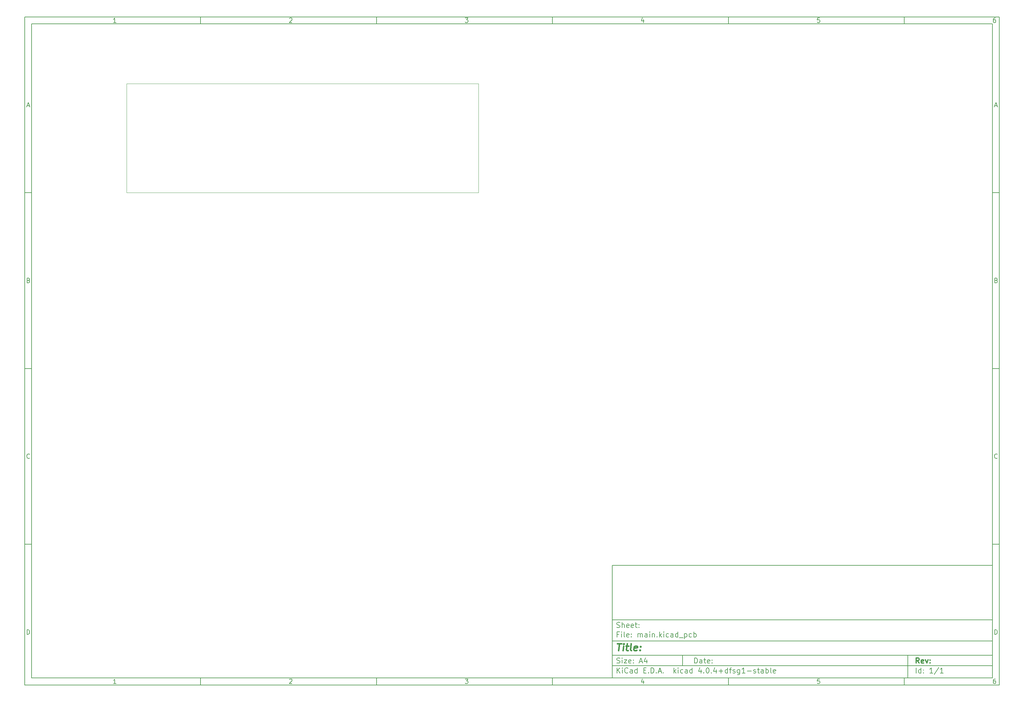
<source format=gbr>
G04 #@! TF.FileFunction,Profile,NP*
%FSLAX46Y46*%
G04 Gerber Fmt 4.6, Leading zero omitted, Abs format (unit mm)*
G04 Created by KiCad (PCBNEW 4.0.4+dfsg1-stable) date Mon Feb 27 17:01:07 2017*
%MOMM*%
%LPD*%
G01*
G04 APERTURE LIST*
%ADD10C,0.100000*%
%ADD11C,0.150000*%
%ADD12C,0.300000*%
%ADD13C,0.400000*%
G04 APERTURE END LIST*
D10*
D11*
X177002200Y-166007200D02*
X177002200Y-198007200D01*
X285002200Y-198007200D01*
X285002200Y-166007200D01*
X177002200Y-166007200D01*
D10*
D11*
X10000000Y-10000000D02*
X10000000Y-200007200D01*
X287002200Y-200007200D01*
X287002200Y-10000000D01*
X10000000Y-10000000D01*
D10*
D11*
X12000000Y-12000000D02*
X12000000Y-198007200D01*
X285002200Y-198007200D01*
X285002200Y-12000000D01*
X12000000Y-12000000D01*
D10*
D11*
X60000000Y-12000000D02*
X60000000Y-10000000D01*
D10*
D11*
X110000000Y-12000000D02*
X110000000Y-10000000D01*
D10*
D11*
X160000000Y-12000000D02*
X160000000Y-10000000D01*
D10*
D11*
X210000000Y-12000000D02*
X210000000Y-10000000D01*
D10*
D11*
X260000000Y-12000000D02*
X260000000Y-10000000D01*
D10*
D11*
X35990476Y-11588095D02*
X35247619Y-11588095D01*
X35619048Y-11588095D02*
X35619048Y-10288095D01*
X35495238Y-10473810D01*
X35371429Y-10597619D01*
X35247619Y-10659524D01*
D10*
D11*
X85247619Y-10411905D02*
X85309524Y-10350000D01*
X85433333Y-10288095D01*
X85742857Y-10288095D01*
X85866667Y-10350000D01*
X85928571Y-10411905D01*
X85990476Y-10535714D01*
X85990476Y-10659524D01*
X85928571Y-10845238D01*
X85185714Y-11588095D01*
X85990476Y-11588095D01*
D10*
D11*
X135185714Y-10288095D02*
X135990476Y-10288095D01*
X135557143Y-10783333D01*
X135742857Y-10783333D01*
X135866667Y-10845238D01*
X135928571Y-10907143D01*
X135990476Y-11030952D01*
X135990476Y-11340476D01*
X135928571Y-11464286D01*
X135866667Y-11526190D01*
X135742857Y-11588095D01*
X135371429Y-11588095D01*
X135247619Y-11526190D01*
X135185714Y-11464286D01*
D10*
D11*
X185866667Y-10721429D02*
X185866667Y-11588095D01*
X185557143Y-10226190D02*
X185247619Y-11154762D01*
X186052381Y-11154762D01*
D10*
D11*
X235928571Y-10288095D02*
X235309524Y-10288095D01*
X235247619Y-10907143D01*
X235309524Y-10845238D01*
X235433333Y-10783333D01*
X235742857Y-10783333D01*
X235866667Y-10845238D01*
X235928571Y-10907143D01*
X235990476Y-11030952D01*
X235990476Y-11340476D01*
X235928571Y-11464286D01*
X235866667Y-11526190D01*
X235742857Y-11588095D01*
X235433333Y-11588095D01*
X235309524Y-11526190D01*
X235247619Y-11464286D01*
D10*
D11*
X285866667Y-10288095D02*
X285619048Y-10288095D01*
X285495238Y-10350000D01*
X285433333Y-10411905D01*
X285309524Y-10597619D01*
X285247619Y-10845238D01*
X285247619Y-11340476D01*
X285309524Y-11464286D01*
X285371429Y-11526190D01*
X285495238Y-11588095D01*
X285742857Y-11588095D01*
X285866667Y-11526190D01*
X285928571Y-11464286D01*
X285990476Y-11340476D01*
X285990476Y-11030952D01*
X285928571Y-10907143D01*
X285866667Y-10845238D01*
X285742857Y-10783333D01*
X285495238Y-10783333D01*
X285371429Y-10845238D01*
X285309524Y-10907143D01*
X285247619Y-11030952D01*
D10*
D11*
X60000000Y-198007200D02*
X60000000Y-200007200D01*
D10*
D11*
X110000000Y-198007200D02*
X110000000Y-200007200D01*
D10*
D11*
X160000000Y-198007200D02*
X160000000Y-200007200D01*
D10*
D11*
X210000000Y-198007200D02*
X210000000Y-200007200D01*
D10*
D11*
X260000000Y-198007200D02*
X260000000Y-200007200D01*
D10*
D11*
X35990476Y-199595295D02*
X35247619Y-199595295D01*
X35619048Y-199595295D02*
X35619048Y-198295295D01*
X35495238Y-198481010D01*
X35371429Y-198604819D01*
X35247619Y-198666724D01*
D10*
D11*
X85247619Y-198419105D02*
X85309524Y-198357200D01*
X85433333Y-198295295D01*
X85742857Y-198295295D01*
X85866667Y-198357200D01*
X85928571Y-198419105D01*
X85990476Y-198542914D01*
X85990476Y-198666724D01*
X85928571Y-198852438D01*
X85185714Y-199595295D01*
X85990476Y-199595295D01*
D10*
D11*
X135185714Y-198295295D02*
X135990476Y-198295295D01*
X135557143Y-198790533D01*
X135742857Y-198790533D01*
X135866667Y-198852438D01*
X135928571Y-198914343D01*
X135990476Y-199038152D01*
X135990476Y-199347676D01*
X135928571Y-199471486D01*
X135866667Y-199533390D01*
X135742857Y-199595295D01*
X135371429Y-199595295D01*
X135247619Y-199533390D01*
X135185714Y-199471486D01*
D10*
D11*
X185866667Y-198728629D02*
X185866667Y-199595295D01*
X185557143Y-198233390D02*
X185247619Y-199161962D01*
X186052381Y-199161962D01*
D10*
D11*
X235928571Y-198295295D02*
X235309524Y-198295295D01*
X235247619Y-198914343D01*
X235309524Y-198852438D01*
X235433333Y-198790533D01*
X235742857Y-198790533D01*
X235866667Y-198852438D01*
X235928571Y-198914343D01*
X235990476Y-199038152D01*
X235990476Y-199347676D01*
X235928571Y-199471486D01*
X235866667Y-199533390D01*
X235742857Y-199595295D01*
X235433333Y-199595295D01*
X235309524Y-199533390D01*
X235247619Y-199471486D01*
D10*
D11*
X285866667Y-198295295D02*
X285619048Y-198295295D01*
X285495238Y-198357200D01*
X285433333Y-198419105D01*
X285309524Y-198604819D01*
X285247619Y-198852438D01*
X285247619Y-199347676D01*
X285309524Y-199471486D01*
X285371429Y-199533390D01*
X285495238Y-199595295D01*
X285742857Y-199595295D01*
X285866667Y-199533390D01*
X285928571Y-199471486D01*
X285990476Y-199347676D01*
X285990476Y-199038152D01*
X285928571Y-198914343D01*
X285866667Y-198852438D01*
X285742857Y-198790533D01*
X285495238Y-198790533D01*
X285371429Y-198852438D01*
X285309524Y-198914343D01*
X285247619Y-199038152D01*
D10*
D11*
X10000000Y-60000000D02*
X12000000Y-60000000D01*
D10*
D11*
X10000000Y-110000000D02*
X12000000Y-110000000D01*
D10*
D11*
X10000000Y-160000000D02*
X12000000Y-160000000D01*
D10*
D11*
X10690476Y-35216667D02*
X11309524Y-35216667D01*
X10566667Y-35588095D02*
X11000000Y-34288095D01*
X11433333Y-35588095D01*
D10*
D11*
X11092857Y-84907143D02*
X11278571Y-84969048D01*
X11340476Y-85030952D01*
X11402381Y-85154762D01*
X11402381Y-85340476D01*
X11340476Y-85464286D01*
X11278571Y-85526190D01*
X11154762Y-85588095D01*
X10659524Y-85588095D01*
X10659524Y-84288095D01*
X11092857Y-84288095D01*
X11216667Y-84350000D01*
X11278571Y-84411905D01*
X11340476Y-84535714D01*
X11340476Y-84659524D01*
X11278571Y-84783333D01*
X11216667Y-84845238D01*
X11092857Y-84907143D01*
X10659524Y-84907143D01*
D10*
D11*
X11402381Y-135464286D02*
X11340476Y-135526190D01*
X11154762Y-135588095D01*
X11030952Y-135588095D01*
X10845238Y-135526190D01*
X10721429Y-135402381D01*
X10659524Y-135278571D01*
X10597619Y-135030952D01*
X10597619Y-134845238D01*
X10659524Y-134597619D01*
X10721429Y-134473810D01*
X10845238Y-134350000D01*
X11030952Y-134288095D01*
X11154762Y-134288095D01*
X11340476Y-134350000D01*
X11402381Y-134411905D01*
D10*
D11*
X10659524Y-185588095D02*
X10659524Y-184288095D01*
X10969048Y-184288095D01*
X11154762Y-184350000D01*
X11278571Y-184473810D01*
X11340476Y-184597619D01*
X11402381Y-184845238D01*
X11402381Y-185030952D01*
X11340476Y-185278571D01*
X11278571Y-185402381D01*
X11154762Y-185526190D01*
X10969048Y-185588095D01*
X10659524Y-185588095D01*
D10*
D11*
X287002200Y-60000000D02*
X285002200Y-60000000D01*
D10*
D11*
X287002200Y-110000000D02*
X285002200Y-110000000D01*
D10*
D11*
X287002200Y-160000000D02*
X285002200Y-160000000D01*
D10*
D11*
X285692676Y-35216667D02*
X286311724Y-35216667D01*
X285568867Y-35588095D02*
X286002200Y-34288095D01*
X286435533Y-35588095D01*
D10*
D11*
X286095057Y-84907143D02*
X286280771Y-84969048D01*
X286342676Y-85030952D01*
X286404581Y-85154762D01*
X286404581Y-85340476D01*
X286342676Y-85464286D01*
X286280771Y-85526190D01*
X286156962Y-85588095D01*
X285661724Y-85588095D01*
X285661724Y-84288095D01*
X286095057Y-84288095D01*
X286218867Y-84350000D01*
X286280771Y-84411905D01*
X286342676Y-84535714D01*
X286342676Y-84659524D01*
X286280771Y-84783333D01*
X286218867Y-84845238D01*
X286095057Y-84907143D01*
X285661724Y-84907143D01*
D10*
D11*
X286404581Y-135464286D02*
X286342676Y-135526190D01*
X286156962Y-135588095D01*
X286033152Y-135588095D01*
X285847438Y-135526190D01*
X285723629Y-135402381D01*
X285661724Y-135278571D01*
X285599819Y-135030952D01*
X285599819Y-134845238D01*
X285661724Y-134597619D01*
X285723629Y-134473810D01*
X285847438Y-134350000D01*
X286033152Y-134288095D01*
X286156962Y-134288095D01*
X286342676Y-134350000D01*
X286404581Y-134411905D01*
D10*
D11*
X285661724Y-185588095D02*
X285661724Y-184288095D01*
X285971248Y-184288095D01*
X286156962Y-184350000D01*
X286280771Y-184473810D01*
X286342676Y-184597619D01*
X286404581Y-184845238D01*
X286404581Y-185030952D01*
X286342676Y-185278571D01*
X286280771Y-185402381D01*
X286156962Y-185526190D01*
X285971248Y-185588095D01*
X285661724Y-185588095D01*
D10*
D11*
X200359343Y-193785771D02*
X200359343Y-192285771D01*
X200716486Y-192285771D01*
X200930771Y-192357200D01*
X201073629Y-192500057D01*
X201145057Y-192642914D01*
X201216486Y-192928629D01*
X201216486Y-193142914D01*
X201145057Y-193428629D01*
X201073629Y-193571486D01*
X200930771Y-193714343D01*
X200716486Y-193785771D01*
X200359343Y-193785771D01*
X202502200Y-193785771D02*
X202502200Y-193000057D01*
X202430771Y-192857200D01*
X202287914Y-192785771D01*
X202002200Y-192785771D01*
X201859343Y-192857200D01*
X202502200Y-193714343D02*
X202359343Y-193785771D01*
X202002200Y-193785771D01*
X201859343Y-193714343D01*
X201787914Y-193571486D01*
X201787914Y-193428629D01*
X201859343Y-193285771D01*
X202002200Y-193214343D01*
X202359343Y-193214343D01*
X202502200Y-193142914D01*
X203002200Y-192785771D02*
X203573629Y-192785771D01*
X203216486Y-192285771D02*
X203216486Y-193571486D01*
X203287914Y-193714343D01*
X203430772Y-193785771D01*
X203573629Y-193785771D01*
X204645057Y-193714343D02*
X204502200Y-193785771D01*
X204216486Y-193785771D01*
X204073629Y-193714343D01*
X204002200Y-193571486D01*
X204002200Y-193000057D01*
X204073629Y-192857200D01*
X204216486Y-192785771D01*
X204502200Y-192785771D01*
X204645057Y-192857200D01*
X204716486Y-193000057D01*
X204716486Y-193142914D01*
X204002200Y-193285771D01*
X205359343Y-193642914D02*
X205430771Y-193714343D01*
X205359343Y-193785771D01*
X205287914Y-193714343D01*
X205359343Y-193642914D01*
X205359343Y-193785771D01*
X205359343Y-192857200D02*
X205430771Y-192928629D01*
X205359343Y-193000057D01*
X205287914Y-192928629D01*
X205359343Y-192857200D01*
X205359343Y-193000057D01*
D10*
D11*
X177002200Y-194507200D02*
X285002200Y-194507200D01*
D10*
D11*
X178359343Y-196585771D02*
X178359343Y-195085771D01*
X179216486Y-196585771D02*
X178573629Y-195728629D01*
X179216486Y-195085771D02*
X178359343Y-195942914D01*
X179859343Y-196585771D02*
X179859343Y-195585771D01*
X179859343Y-195085771D02*
X179787914Y-195157200D01*
X179859343Y-195228629D01*
X179930771Y-195157200D01*
X179859343Y-195085771D01*
X179859343Y-195228629D01*
X181430772Y-196442914D02*
X181359343Y-196514343D01*
X181145057Y-196585771D01*
X181002200Y-196585771D01*
X180787915Y-196514343D01*
X180645057Y-196371486D01*
X180573629Y-196228629D01*
X180502200Y-195942914D01*
X180502200Y-195728629D01*
X180573629Y-195442914D01*
X180645057Y-195300057D01*
X180787915Y-195157200D01*
X181002200Y-195085771D01*
X181145057Y-195085771D01*
X181359343Y-195157200D01*
X181430772Y-195228629D01*
X182716486Y-196585771D02*
X182716486Y-195800057D01*
X182645057Y-195657200D01*
X182502200Y-195585771D01*
X182216486Y-195585771D01*
X182073629Y-195657200D01*
X182716486Y-196514343D02*
X182573629Y-196585771D01*
X182216486Y-196585771D01*
X182073629Y-196514343D01*
X182002200Y-196371486D01*
X182002200Y-196228629D01*
X182073629Y-196085771D01*
X182216486Y-196014343D01*
X182573629Y-196014343D01*
X182716486Y-195942914D01*
X184073629Y-196585771D02*
X184073629Y-195085771D01*
X184073629Y-196514343D02*
X183930772Y-196585771D01*
X183645058Y-196585771D01*
X183502200Y-196514343D01*
X183430772Y-196442914D01*
X183359343Y-196300057D01*
X183359343Y-195871486D01*
X183430772Y-195728629D01*
X183502200Y-195657200D01*
X183645058Y-195585771D01*
X183930772Y-195585771D01*
X184073629Y-195657200D01*
X185930772Y-195800057D02*
X186430772Y-195800057D01*
X186645058Y-196585771D02*
X185930772Y-196585771D01*
X185930772Y-195085771D01*
X186645058Y-195085771D01*
X187287915Y-196442914D02*
X187359343Y-196514343D01*
X187287915Y-196585771D01*
X187216486Y-196514343D01*
X187287915Y-196442914D01*
X187287915Y-196585771D01*
X188002201Y-196585771D02*
X188002201Y-195085771D01*
X188359344Y-195085771D01*
X188573629Y-195157200D01*
X188716487Y-195300057D01*
X188787915Y-195442914D01*
X188859344Y-195728629D01*
X188859344Y-195942914D01*
X188787915Y-196228629D01*
X188716487Y-196371486D01*
X188573629Y-196514343D01*
X188359344Y-196585771D01*
X188002201Y-196585771D01*
X189502201Y-196442914D02*
X189573629Y-196514343D01*
X189502201Y-196585771D01*
X189430772Y-196514343D01*
X189502201Y-196442914D01*
X189502201Y-196585771D01*
X190145058Y-196157200D02*
X190859344Y-196157200D01*
X190002201Y-196585771D02*
X190502201Y-195085771D01*
X191002201Y-196585771D01*
X191502201Y-196442914D02*
X191573629Y-196514343D01*
X191502201Y-196585771D01*
X191430772Y-196514343D01*
X191502201Y-196442914D01*
X191502201Y-196585771D01*
X194502201Y-196585771D02*
X194502201Y-195085771D01*
X194645058Y-196014343D02*
X195073629Y-196585771D01*
X195073629Y-195585771D02*
X194502201Y-196157200D01*
X195716487Y-196585771D02*
X195716487Y-195585771D01*
X195716487Y-195085771D02*
X195645058Y-195157200D01*
X195716487Y-195228629D01*
X195787915Y-195157200D01*
X195716487Y-195085771D01*
X195716487Y-195228629D01*
X197073630Y-196514343D02*
X196930773Y-196585771D01*
X196645059Y-196585771D01*
X196502201Y-196514343D01*
X196430773Y-196442914D01*
X196359344Y-196300057D01*
X196359344Y-195871486D01*
X196430773Y-195728629D01*
X196502201Y-195657200D01*
X196645059Y-195585771D01*
X196930773Y-195585771D01*
X197073630Y-195657200D01*
X198359344Y-196585771D02*
X198359344Y-195800057D01*
X198287915Y-195657200D01*
X198145058Y-195585771D01*
X197859344Y-195585771D01*
X197716487Y-195657200D01*
X198359344Y-196514343D02*
X198216487Y-196585771D01*
X197859344Y-196585771D01*
X197716487Y-196514343D01*
X197645058Y-196371486D01*
X197645058Y-196228629D01*
X197716487Y-196085771D01*
X197859344Y-196014343D01*
X198216487Y-196014343D01*
X198359344Y-195942914D01*
X199716487Y-196585771D02*
X199716487Y-195085771D01*
X199716487Y-196514343D02*
X199573630Y-196585771D01*
X199287916Y-196585771D01*
X199145058Y-196514343D01*
X199073630Y-196442914D01*
X199002201Y-196300057D01*
X199002201Y-195871486D01*
X199073630Y-195728629D01*
X199145058Y-195657200D01*
X199287916Y-195585771D01*
X199573630Y-195585771D01*
X199716487Y-195657200D01*
X202216487Y-195585771D02*
X202216487Y-196585771D01*
X201859344Y-195014343D02*
X201502201Y-196085771D01*
X202430773Y-196085771D01*
X203002201Y-196442914D02*
X203073629Y-196514343D01*
X203002201Y-196585771D01*
X202930772Y-196514343D01*
X203002201Y-196442914D01*
X203002201Y-196585771D01*
X204002201Y-195085771D02*
X204145058Y-195085771D01*
X204287915Y-195157200D01*
X204359344Y-195228629D01*
X204430773Y-195371486D01*
X204502201Y-195657200D01*
X204502201Y-196014343D01*
X204430773Y-196300057D01*
X204359344Y-196442914D01*
X204287915Y-196514343D01*
X204145058Y-196585771D01*
X204002201Y-196585771D01*
X203859344Y-196514343D01*
X203787915Y-196442914D01*
X203716487Y-196300057D01*
X203645058Y-196014343D01*
X203645058Y-195657200D01*
X203716487Y-195371486D01*
X203787915Y-195228629D01*
X203859344Y-195157200D01*
X204002201Y-195085771D01*
X205145058Y-196442914D02*
X205216486Y-196514343D01*
X205145058Y-196585771D01*
X205073629Y-196514343D01*
X205145058Y-196442914D01*
X205145058Y-196585771D01*
X206502201Y-195585771D02*
X206502201Y-196585771D01*
X206145058Y-195014343D02*
X205787915Y-196085771D01*
X206716487Y-196085771D01*
X207287915Y-196014343D02*
X208430772Y-196014343D01*
X207859343Y-196585771D02*
X207859343Y-195442914D01*
X209787915Y-196585771D02*
X209787915Y-195085771D01*
X209787915Y-196514343D02*
X209645058Y-196585771D01*
X209359344Y-196585771D01*
X209216486Y-196514343D01*
X209145058Y-196442914D01*
X209073629Y-196300057D01*
X209073629Y-195871486D01*
X209145058Y-195728629D01*
X209216486Y-195657200D01*
X209359344Y-195585771D01*
X209645058Y-195585771D01*
X209787915Y-195657200D01*
X210287915Y-195585771D02*
X210859344Y-195585771D01*
X210502201Y-196585771D02*
X210502201Y-195300057D01*
X210573629Y-195157200D01*
X210716487Y-195085771D01*
X210859344Y-195085771D01*
X211287915Y-196514343D02*
X211430772Y-196585771D01*
X211716487Y-196585771D01*
X211859344Y-196514343D01*
X211930772Y-196371486D01*
X211930772Y-196300057D01*
X211859344Y-196157200D01*
X211716487Y-196085771D01*
X211502201Y-196085771D01*
X211359344Y-196014343D01*
X211287915Y-195871486D01*
X211287915Y-195800057D01*
X211359344Y-195657200D01*
X211502201Y-195585771D01*
X211716487Y-195585771D01*
X211859344Y-195657200D01*
X213216487Y-195585771D02*
X213216487Y-196800057D01*
X213145058Y-196942914D01*
X213073630Y-197014343D01*
X212930773Y-197085771D01*
X212716487Y-197085771D01*
X212573630Y-197014343D01*
X213216487Y-196514343D02*
X213073630Y-196585771D01*
X212787916Y-196585771D01*
X212645058Y-196514343D01*
X212573630Y-196442914D01*
X212502201Y-196300057D01*
X212502201Y-195871486D01*
X212573630Y-195728629D01*
X212645058Y-195657200D01*
X212787916Y-195585771D01*
X213073630Y-195585771D01*
X213216487Y-195657200D01*
X214716487Y-196585771D02*
X213859344Y-196585771D01*
X214287916Y-196585771D02*
X214287916Y-195085771D01*
X214145059Y-195300057D01*
X214002201Y-195442914D01*
X213859344Y-195514343D01*
X215359344Y-196014343D02*
X216502201Y-196014343D01*
X217145058Y-196514343D02*
X217287915Y-196585771D01*
X217573630Y-196585771D01*
X217716487Y-196514343D01*
X217787915Y-196371486D01*
X217787915Y-196300057D01*
X217716487Y-196157200D01*
X217573630Y-196085771D01*
X217359344Y-196085771D01*
X217216487Y-196014343D01*
X217145058Y-195871486D01*
X217145058Y-195800057D01*
X217216487Y-195657200D01*
X217359344Y-195585771D01*
X217573630Y-195585771D01*
X217716487Y-195657200D01*
X218216487Y-195585771D02*
X218787916Y-195585771D01*
X218430773Y-195085771D02*
X218430773Y-196371486D01*
X218502201Y-196514343D01*
X218645059Y-196585771D01*
X218787916Y-196585771D01*
X219930773Y-196585771D02*
X219930773Y-195800057D01*
X219859344Y-195657200D01*
X219716487Y-195585771D01*
X219430773Y-195585771D01*
X219287916Y-195657200D01*
X219930773Y-196514343D02*
X219787916Y-196585771D01*
X219430773Y-196585771D01*
X219287916Y-196514343D01*
X219216487Y-196371486D01*
X219216487Y-196228629D01*
X219287916Y-196085771D01*
X219430773Y-196014343D01*
X219787916Y-196014343D01*
X219930773Y-195942914D01*
X220645059Y-196585771D02*
X220645059Y-195085771D01*
X220645059Y-195657200D02*
X220787916Y-195585771D01*
X221073630Y-195585771D01*
X221216487Y-195657200D01*
X221287916Y-195728629D01*
X221359345Y-195871486D01*
X221359345Y-196300057D01*
X221287916Y-196442914D01*
X221216487Y-196514343D01*
X221073630Y-196585771D01*
X220787916Y-196585771D01*
X220645059Y-196514343D01*
X222216488Y-196585771D02*
X222073630Y-196514343D01*
X222002202Y-196371486D01*
X222002202Y-195085771D01*
X223359344Y-196514343D02*
X223216487Y-196585771D01*
X222930773Y-196585771D01*
X222787916Y-196514343D01*
X222716487Y-196371486D01*
X222716487Y-195800057D01*
X222787916Y-195657200D01*
X222930773Y-195585771D01*
X223216487Y-195585771D01*
X223359344Y-195657200D01*
X223430773Y-195800057D01*
X223430773Y-195942914D01*
X222716487Y-196085771D01*
D10*
D11*
X177002200Y-191507200D02*
X285002200Y-191507200D01*
D10*
D12*
X264216486Y-193785771D02*
X263716486Y-193071486D01*
X263359343Y-193785771D02*
X263359343Y-192285771D01*
X263930771Y-192285771D01*
X264073629Y-192357200D01*
X264145057Y-192428629D01*
X264216486Y-192571486D01*
X264216486Y-192785771D01*
X264145057Y-192928629D01*
X264073629Y-193000057D01*
X263930771Y-193071486D01*
X263359343Y-193071486D01*
X265430771Y-193714343D02*
X265287914Y-193785771D01*
X265002200Y-193785771D01*
X264859343Y-193714343D01*
X264787914Y-193571486D01*
X264787914Y-193000057D01*
X264859343Y-192857200D01*
X265002200Y-192785771D01*
X265287914Y-192785771D01*
X265430771Y-192857200D01*
X265502200Y-193000057D01*
X265502200Y-193142914D01*
X264787914Y-193285771D01*
X266002200Y-192785771D02*
X266359343Y-193785771D01*
X266716485Y-192785771D01*
X267287914Y-193642914D02*
X267359342Y-193714343D01*
X267287914Y-193785771D01*
X267216485Y-193714343D01*
X267287914Y-193642914D01*
X267287914Y-193785771D01*
X267287914Y-192857200D02*
X267359342Y-192928629D01*
X267287914Y-193000057D01*
X267216485Y-192928629D01*
X267287914Y-192857200D01*
X267287914Y-193000057D01*
D10*
D11*
X178287914Y-193714343D02*
X178502200Y-193785771D01*
X178859343Y-193785771D01*
X179002200Y-193714343D01*
X179073629Y-193642914D01*
X179145057Y-193500057D01*
X179145057Y-193357200D01*
X179073629Y-193214343D01*
X179002200Y-193142914D01*
X178859343Y-193071486D01*
X178573629Y-193000057D01*
X178430771Y-192928629D01*
X178359343Y-192857200D01*
X178287914Y-192714343D01*
X178287914Y-192571486D01*
X178359343Y-192428629D01*
X178430771Y-192357200D01*
X178573629Y-192285771D01*
X178930771Y-192285771D01*
X179145057Y-192357200D01*
X179787914Y-193785771D02*
X179787914Y-192785771D01*
X179787914Y-192285771D02*
X179716485Y-192357200D01*
X179787914Y-192428629D01*
X179859342Y-192357200D01*
X179787914Y-192285771D01*
X179787914Y-192428629D01*
X180359343Y-192785771D02*
X181145057Y-192785771D01*
X180359343Y-193785771D01*
X181145057Y-193785771D01*
X182287914Y-193714343D02*
X182145057Y-193785771D01*
X181859343Y-193785771D01*
X181716486Y-193714343D01*
X181645057Y-193571486D01*
X181645057Y-193000057D01*
X181716486Y-192857200D01*
X181859343Y-192785771D01*
X182145057Y-192785771D01*
X182287914Y-192857200D01*
X182359343Y-193000057D01*
X182359343Y-193142914D01*
X181645057Y-193285771D01*
X183002200Y-193642914D02*
X183073628Y-193714343D01*
X183002200Y-193785771D01*
X182930771Y-193714343D01*
X183002200Y-193642914D01*
X183002200Y-193785771D01*
X183002200Y-192857200D02*
X183073628Y-192928629D01*
X183002200Y-193000057D01*
X182930771Y-192928629D01*
X183002200Y-192857200D01*
X183002200Y-193000057D01*
X184787914Y-193357200D02*
X185502200Y-193357200D01*
X184645057Y-193785771D02*
X185145057Y-192285771D01*
X185645057Y-193785771D01*
X186787914Y-192785771D02*
X186787914Y-193785771D01*
X186430771Y-192214343D02*
X186073628Y-193285771D01*
X187002200Y-193285771D01*
D10*
D11*
X263359343Y-196585771D02*
X263359343Y-195085771D01*
X264716486Y-196585771D02*
X264716486Y-195085771D01*
X264716486Y-196514343D02*
X264573629Y-196585771D01*
X264287915Y-196585771D01*
X264145057Y-196514343D01*
X264073629Y-196442914D01*
X264002200Y-196300057D01*
X264002200Y-195871486D01*
X264073629Y-195728629D01*
X264145057Y-195657200D01*
X264287915Y-195585771D01*
X264573629Y-195585771D01*
X264716486Y-195657200D01*
X265430772Y-196442914D02*
X265502200Y-196514343D01*
X265430772Y-196585771D01*
X265359343Y-196514343D01*
X265430772Y-196442914D01*
X265430772Y-196585771D01*
X265430772Y-195657200D02*
X265502200Y-195728629D01*
X265430772Y-195800057D01*
X265359343Y-195728629D01*
X265430772Y-195657200D01*
X265430772Y-195800057D01*
X268073629Y-196585771D02*
X267216486Y-196585771D01*
X267645058Y-196585771D02*
X267645058Y-195085771D01*
X267502201Y-195300057D01*
X267359343Y-195442914D01*
X267216486Y-195514343D01*
X269787914Y-195014343D02*
X268502200Y-196942914D01*
X271073629Y-196585771D02*
X270216486Y-196585771D01*
X270645058Y-196585771D02*
X270645058Y-195085771D01*
X270502201Y-195300057D01*
X270359343Y-195442914D01*
X270216486Y-195514343D01*
D10*
D11*
X177002200Y-187507200D02*
X285002200Y-187507200D01*
D10*
D13*
X178454581Y-188211962D02*
X179597438Y-188211962D01*
X178776010Y-190211962D02*
X179026010Y-188211962D01*
X180014105Y-190211962D02*
X180180771Y-188878629D01*
X180264105Y-188211962D02*
X180156962Y-188307200D01*
X180240295Y-188402438D01*
X180347439Y-188307200D01*
X180264105Y-188211962D01*
X180240295Y-188402438D01*
X180847438Y-188878629D02*
X181609343Y-188878629D01*
X181216486Y-188211962D02*
X181002200Y-189926248D01*
X181073630Y-190116724D01*
X181252201Y-190211962D01*
X181442677Y-190211962D01*
X182395058Y-190211962D02*
X182216487Y-190116724D01*
X182145057Y-189926248D01*
X182359343Y-188211962D01*
X183930772Y-190116724D02*
X183728391Y-190211962D01*
X183347439Y-190211962D01*
X183168867Y-190116724D01*
X183097438Y-189926248D01*
X183192676Y-189164343D01*
X183311724Y-188973867D01*
X183514105Y-188878629D01*
X183895057Y-188878629D01*
X184073629Y-188973867D01*
X184145057Y-189164343D01*
X184121248Y-189354819D01*
X183145057Y-189545295D01*
X184895057Y-190021486D02*
X184978392Y-190116724D01*
X184871248Y-190211962D01*
X184787915Y-190116724D01*
X184895057Y-190021486D01*
X184871248Y-190211962D01*
X185026010Y-188973867D02*
X185109344Y-189069105D01*
X185002200Y-189164343D01*
X184918867Y-189069105D01*
X185026010Y-188973867D01*
X185002200Y-189164343D01*
D10*
D11*
X178859343Y-185600057D02*
X178359343Y-185600057D01*
X178359343Y-186385771D02*
X178359343Y-184885771D01*
X179073629Y-184885771D01*
X179645057Y-186385771D02*
X179645057Y-185385771D01*
X179645057Y-184885771D02*
X179573628Y-184957200D01*
X179645057Y-185028629D01*
X179716485Y-184957200D01*
X179645057Y-184885771D01*
X179645057Y-185028629D01*
X180573629Y-186385771D02*
X180430771Y-186314343D01*
X180359343Y-186171486D01*
X180359343Y-184885771D01*
X181716485Y-186314343D02*
X181573628Y-186385771D01*
X181287914Y-186385771D01*
X181145057Y-186314343D01*
X181073628Y-186171486D01*
X181073628Y-185600057D01*
X181145057Y-185457200D01*
X181287914Y-185385771D01*
X181573628Y-185385771D01*
X181716485Y-185457200D01*
X181787914Y-185600057D01*
X181787914Y-185742914D01*
X181073628Y-185885771D01*
X182430771Y-186242914D02*
X182502199Y-186314343D01*
X182430771Y-186385771D01*
X182359342Y-186314343D01*
X182430771Y-186242914D01*
X182430771Y-186385771D01*
X182430771Y-185457200D02*
X182502199Y-185528629D01*
X182430771Y-185600057D01*
X182359342Y-185528629D01*
X182430771Y-185457200D01*
X182430771Y-185600057D01*
X184287914Y-186385771D02*
X184287914Y-185385771D01*
X184287914Y-185528629D02*
X184359342Y-185457200D01*
X184502200Y-185385771D01*
X184716485Y-185385771D01*
X184859342Y-185457200D01*
X184930771Y-185600057D01*
X184930771Y-186385771D01*
X184930771Y-185600057D02*
X185002200Y-185457200D01*
X185145057Y-185385771D01*
X185359342Y-185385771D01*
X185502200Y-185457200D01*
X185573628Y-185600057D01*
X185573628Y-186385771D01*
X186930771Y-186385771D02*
X186930771Y-185600057D01*
X186859342Y-185457200D01*
X186716485Y-185385771D01*
X186430771Y-185385771D01*
X186287914Y-185457200D01*
X186930771Y-186314343D02*
X186787914Y-186385771D01*
X186430771Y-186385771D01*
X186287914Y-186314343D01*
X186216485Y-186171486D01*
X186216485Y-186028629D01*
X186287914Y-185885771D01*
X186430771Y-185814343D01*
X186787914Y-185814343D01*
X186930771Y-185742914D01*
X187645057Y-186385771D02*
X187645057Y-185385771D01*
X187645057Y-184885771D02*
X187573628Y-184957200D01*
X187645057Y-185028629D01*
X187716485Y-184957200D01*
X187645057Y-184885771D01*
X187645057Y-185028629D01*
X188359343Y-185385771D02*
X188359343Y-186385771D01*
X188359343Y-185528629D02*
X188430771Y-185457200D01*
X188573629Y-185385771D01*
X188787914Y-185385771D01*
X188930771Y-185457200D01*
X189002200Y-185600057D01*
X189002200Y-186385771D01*
X189716486Y-186242914D02*
X189787914Y-186314343D01*
X189716486Y-186385771D01*
X189645057Y-186314343D01*
X189716486Y-186242914D01*
X189716486Y-186385771D01*
X190430772Y-186385771D02*
X190430772Y-184885771D01*
X190573629Y-185814343D02*
X191002200Y-186385771D01*
X191002200Y-185385771D02*
X190430772Y-185957200D01*
X191645058Y-186385771D02*
X191645058Y-185385771D01*
X191645058Y-184885771D02*
X191573629Y-184957200D01*
X191645058Y-185028629D01*
X191716486Y-184957200D01*
X191645058Y-184885771D01*
X191645058Y-185028629D01*
X193002201Y-186314343D02*
X192859344Y-186385771D01*
X192573630Y-186385771D01*
X192430772Y-186314343D01*
X192359344Y-186242914D01*
X192287915Y-186100057D01*
X192287915Y-185671486D01*
X192359344Y-185528629D01*
X192430772Y-185457200D01*
X192573630Y-185385771D01*
X192859344Y-185385771D01*
X193002201Y-185457200D01*
X194287915Y-186385771D02*
X194287915Y-185600057D01*
X194216486Y-185457200D01*
X194073629Y-185385771D01*
X193787915Y-185385771D01*
X193645058Y-185457200D01*
X194287915Y-186314343D02*
X194145058Y-186385771D01*
X193787915Y-186385771D01*
X193645058Y-186314343D01*
X193573629Y-186171486D01*
X193573629Y-186028629D01*
X193645058Y-185885771D01*
X193787915Y-185814343D01*
X194145058Y-185814343D01*
X194287915Y-185742914D01*
X195645058Y-186385771D02*
X195645058Y-184885771D01*
X195645058Y-186314343D02*
X195502201Y-186385771D01*
X195216487Y-186385771D01*
X195073629Y-186314343D01*
X195002201Y-186242914D01*
X194930772Y-186100057D01*
X194930772Y-185671486D01*
X195002201Y-185528629D01*
X195073629Y-185457200D01*
X195216487Y-185385771D01*
X195502201Y-185385771D01*
X195645058Y-185457200D01*
X196002201Y-186528629D02*
X197145058Y-186528629D01*
X197502201Y-185385771D02*
X197502201Y-186885771D01*
X197502201Y-185457200D02*
X197645058Y-185385771D01*
X197930772Y-185385771D01*
X198073629Y-185457200D01*
X198145058Y-185528629D01*
X198216487Y-185671486D01*
X198216487Y-186100057D01*
X198145058Y-186242914D01*
X198073629Y-186314343D01*
X197930772Y-186385771D01*
X197645058Y-186385771D01*
X197502201Y-186314343D01*
X199502201Y-186314343D02*
X199359344Y-186385771D01*
X199073630Y-186385771D01*
X198930772Y-186314343D01*
X198859344Y-186242914D01*
X198787915Y-186100057D01*
X198787915Y-185671486D01*
X198859344Y-185528629D01*
X198930772Y-185457200D01*
X199073630Y-185385771D01*
X199359344Y-185385771D01*
X199502201Y-185457200D01*
X200145058Y-186385771D02*
X200145058Y-184885771D01*
X200145058Y-185457200D02*
X200287915Y-185385771D01*
X200573629Y-185385771D01*
X200716486Y-185457200D01*
X200787915Y-185528629D01*
X200859344Y-185671486D01*
X200859344Y-186100057D01*
X200787915Y-186242914D01*
X200716486Y-186314343D01*
X200573629Y-186385771D01*
X200287915Y-186385771D01*
X200145058Y-186314343D01*
D10*
D11*
X177002200Y-181507200D02*
X285002200Y-181507200D01*
D10*
D11*
X178287914Y-183614343D02*
X178502200Y-183685771D01*
X178859343Y-183685771D01*
X179002200Y-183614343D01*
X179073629Y-183542914D01*
X179145057Y-183400057D01*
X179145057Y-183257200D01*
X179073629Y-183114343D01*
X179002200Y-183042914D01*
X178859343Y-182971486D01*
X178573629Y-182900057D01*
X178430771Y-182828629D01*
X178359343Y-182757200D01*
X178287914Y-182614343D01*
X178287914Y-182471486D01*
X178359343Y-182328629D01*
X178430771Y-182257200D01*
X178573629Y-182185771D01*
X178930771Y-182185771D01*
X179145057Y-182257200D01*
X179787914Y-183685771D02*
X179787914Y-182185771D01*
X180430771Y-183685771D02*
X180430771Y-182900057D01*
X180359342Y-182757200D01*
X180216485Y-182685771D01*
X180002200Y-182685771D01*
X179859342Y-182757200D01*
X179787914Y-182828629D01*
X181716485Y-183614343D02*
X181573628Y-183685771D01*
X181287914Y-183685771D01*
X181145057Y-183614343D01*
X181073628Y-183471486D01*
X181073628Y-182900057D01*
X181145057Y-182757200D01*
X181287914Y-182685771D01*
X181573628Y-182685771D01*
X181716485Y-182757200D01*
X181787914Y-182900057D01*
X181787914Y-183042914D01*
X181073628Y-183185771D01*
X183002199Y-183614343D02*
X182859342Y-183685771D01*
X182573628Y-183685771D01*
X182430771Y-183614343D01*
X182359342Y-183471486D01*
X182359342Y-182900057D01*
X182430771Y-182757200D01*
X182573628Y-182685771D01*
X182859342Y-182685771D01*
X183002199Y-182757200D01*
X183073628Y-182900057D01*
X183073628Y-183042914D01*
X182359342Y-183185771D01*
X183502199Y-182685771D02*
X184073628Y-182685771D01*
X183716485Y-182185771D02*
X183716485Y-183471486D01*
X183787913Y-183614343D01*
X183930771Y-183685771D01*
X184073628Y-183685771D01*
X184573628Y-183542914D02*
X184645056Y-183614343D01*
X184573628Y-183685771D01*
X184502199Y-183614343D01*
X184573628Y-183542914D01*
X184573628Y-183685771D01*
X184573628Y-182757200D02*
X184645056Y-182828629D01*
X184573628Y-182900057D01*
X184502199Y-182828629D01*
X184573628Y-182757200D01*
X184573628Y-182900057D01*
D10*
D11*
X197002200Y-191507200D02*
X197002200Y-194507200D01*
D10*
D11*
X261002200Y-191507200D02*
X261002200Y-198007200D01*
D10*
X39000000Y-59000000D02*
X39000000Y-60000000D01*
X139000000Y-59000000D02*
X139000000Y-60000000D01*
X39000000Y-59000000D02*
X39000000Y-29000000D01*
X139000000Y-60000000D02*
X39000000Y-60000000D01*
X139000000Y-29000000D02*
X139000000Y-59000000D01*
X39000000Y-29000000D02*
X139000000Y-29000000D01*
M02*

</source>
